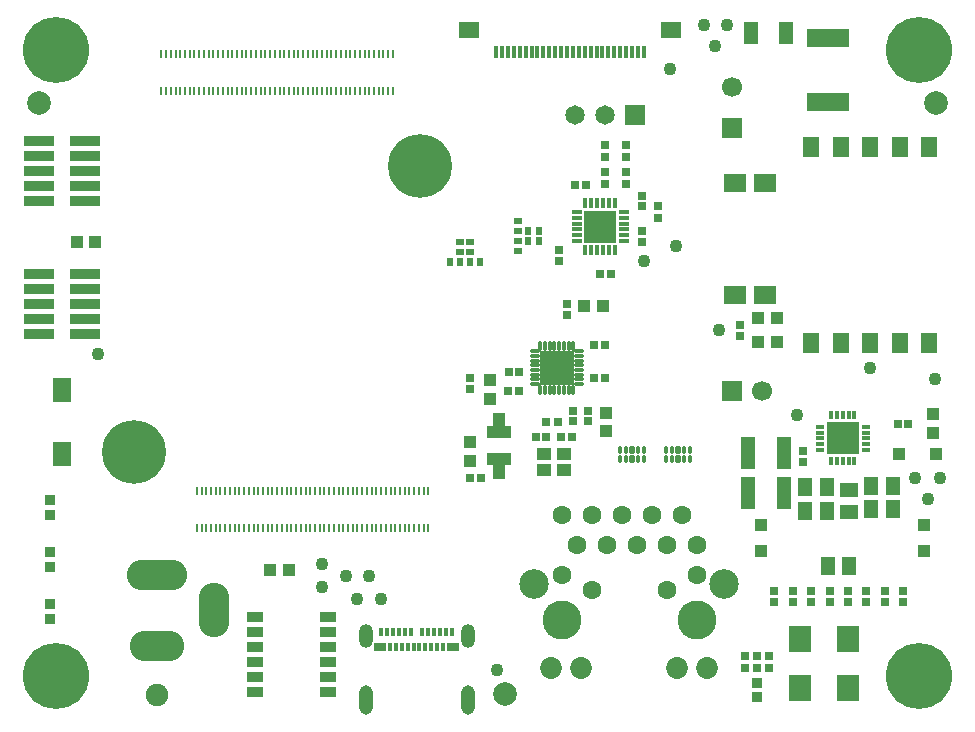
<source format=gts>
G04*
G04 #@! TF.GenerationSoftware,Altium Limited,Altium Designer,21.2.2 (38)*
G04*
G04 Layer_Color=8388736*
%FSLAX44Y44*%
%MOMM*%
G71*
G04*
G04 #@! TF.SameCoordinates,38E27065-25AF-4F18-8705-9FF7BF2F0A58*
G04*
G04*
G04 #@! TF.FilePolarity,Negative*
G04*
G01*
G75*
%ADD59R,3.6616X1.5016*%
%ADD60R,1.7516X1.4016*%
%ADD61R,0.4016X1.1016*%
G04:AMPARAMS|DCode=62|XSize=0.34mm|YSize=0.705mm|CornerRadius=0.12mm|HoleSize=0mm|Usage=FLASHONLY|Rotation=0.000|XOffset=0mm|YOffset=0mm|HoleType=Round|Shape=RoundedRectangle|*
%AMROUNDEDRECTD62*
21,1,0.3400,0.4650,0,0,0.0*
21,1,0.1000,0.7050,0,0,0.0*
1,1,0.2400,0.0500,-0.2325*
1,1,0.2400,-0.0500,-0.2325*
1,1,0.2400,-0.0500,0.2325*
1,1,0.2400,0.0500,0.2325*
%
%ADD62ROUNDEDRECTD62*%
G04:AMPARAMS|DCode=63|XSize=0.54mm|YSize=0.705mm|CornerRadius=0.12mm|HoleSize=0mm|Usage=FLASHONLY|Rotation=0.000|XOffset=0mm|YOffset=0mm|HoleType=Round|Shape=RoundedRectangle|*
%AMROUNDEDRECTD63*
21,1,0.5400,0.4650,0,0,0.0*
21,1,0.3000,0.7050,0,0,0.0*
1,1,0.2400,0.1500,-0.2325*
1,1,0.2400,-0.1500,-0.2325*
1,1,0.2400,-0.1500,0.2325*
1,1,0.2400,0.1500,0.2325*
%
%ADD63ROUNDEDRECTD63*%
%ADD64R,1.3716X1.6516*%
%ADD65R,2.8000X2.8000*%
%ADD66R,0.4000X0.9000*%
%ADD67R,0.9000X0.4000*%
%ADD68R,0.6516X0.5516*%
%ADD69R,0.5516X0.6516*%
%ADD70R,1.1516X1.5016*%
%ADD71R,1.2516X1.5516*%
%ADD72R,0.7516X0.6516*%
%ADD73R,1.8816X1.6216*%
%ADD74R,2.7016X2.7016*%
%ADD75R,0.3516X0.8016*%
%ADD76R,0.8016X0.3516*%
%ADD77C,2.0000*%
%ADD78C,1.1016*%
%ADD79R,1.0016X1.1016*%
%ADD80R,1.6016X2.1016*%
%ADD81R,0.7216X0.7216*%
%ADD82R,0.7216X0.7216*%
%ADD83R,1.1016X1.0016*%
%ADD84R,0.6516X0.7516*%
%ADD85R,1.3016X1.1016*%
%ADD86R,2.1016X1.1016*%
%ADD87R,0.2816X0.8016*%
%ADD88R,1.3516X0.8616*%
%ADD89R,1.2516X1.9016*%
%ADD90R,1.8796X2.2606*%
%ADD91R,2.5016X0.8616*%
%ADD92O,0.8524X0.3524*%
%ADD93O,0.3524X0.8524*%
%ADD94R,2.8524X2.8524*%
%ADD95R,0.9016X0.9016*%
%ADD96R,1.1016X1.1016*%
%ADD97R,1.1000X0.8000*%
%ADD98R,0.4000X0.8000*%
%ADD99R,1.0016X1.0516*%
%ADD100R,1.2516X2.8016*%
%ADD101R,1.5016X1.1516*%
%ADD102C,1.7000*%
%ADD103R,1.7000X1.7000*%
%ADD104C,1.6016*%
%ADD105C,1.8516*%
%ADD106C,3.3016*%
%ADD107C,2.5016*%
%ADD108C,5.4000*%
%ADD109C,1.9016*%
%ADD110O,4.6000X2.6000*%
%ADD111O,5.1000X2.6000*%
%ADD112O,2.6000X4.6000*%
%ADD113C,1.6516*%
%ADD114R,1.6516X1.6516*%
%ADD115C,5.6016*%
%ADD116O,1.2000X2.0000*%
%ADD117O,1.2000X2.5000*%
%ADD118R,1.7000X1.7000*%
%ADD119C,0.5080*%
%ADD120C,0.6080*%
G36*
X414600Y219001D02*
X414695Y218972D01*
X414784Y218924D01*
X414861Y218861D01*
X414925Y218784D01*
X414972Y218695D01*
X415001Y218600D01*
X415010Y218500D01*
Y202500D01*
X415001Y202400D01*
X414972Y202305D01*
X414925Y202216D01*
X414861Y202139D01*
X414784Y202076D01*
X414695Y202028D01*
X414600Y201999D01*
X414500Y201989D01*
X405500D01*
X405401Y201999D01*
X405305Y202028D01*
X405216Y202076D01*
X405139Y202139D01*
X405076Y202216D01*
X405028Y202305D01*
X404999Y202400D01*
X404990Y202500D01*
Y218500D01*
X404999Y218600D01*
X405028Y218695D01*
X405076Y218784D01*
X405139Y218861D01*
X405216Y218924D01*
X405305Y218972D01*
X405401Y219001D01*
X405500Y219011D01*
X414500D01*
X414600Y219001D01*
D02*
G37*
G36*
Y257501D02*
X414695Y257472D01*
X414784Y257424D01*
X414861Y257361D01*
X414925Y257284D01*
X414972Y257195D01*
X415001Y257100D01*
X415010Y257000D01*
Y241500D01*
X415001Y241400D01*
X414972Y241305D01*
X414925Y241216D01*
X414861Y241139D01*
X414784Y241076D01*
X414695Y241028D01*
X414600Y240999D01*
X414500Y240989D01*
X405500D01*
X405401Y240999D01*
X405305Y241028D01*
X405216Y241076D01*
X405139Y241139D01*
X405076Y241216D01*
X405028Y241305D01*
X404999Y241400D01*
X404990Y241500D01*
Y257000D01*
X404999Y257100D01*
X405028Y257195D01*
X405076Y257284D01*
X405139Y257361D01*
X405216Y257424D01*
X405305Y257472D01*
X405401Y257501D01*
X405500Y257511D01*
X414500D01*
X414600Y257501D01*
D02*
G37*
D59*
X688000Y575300D02*
D03*
Y520700D02*
D03*
D60*
X555156Y582280D02*
D03*
X384656D02*
D03*
D61*
X407406Y563280D02*
D03*
X427406D02*
D03*
X447406D02*
D03*
X467406D02*
D03*
X472406D02*
D03*
X492406D02*
D03*
X512406D02*
D03*
X532406D02*
D03*
X417406D02*
D03*
X412406D02*
D03*
X422406D02*
D03*
X437406D02*
D03*
X432406D02*
D03*
X442406D02*
D03*
X457406D02*
D03*
X452406D02*
D03*
X462406D02*
D03*
X477406D02*
D03*
X482406D02*
D03*
X487406D02*
D03*
X502406D02*
D03*
X497406D02*
D03*
X507406D02*
D03*
X522406D02*
D03*
X517406D02*
D03*
X527406D02*
D03*
D62*
X512500Y218325D02*
D03*
X517500D02*
D03*
X527500D02*
D03*
X532500D02*
D03*
Y226675D02*
D03*
X527500D02*
D03*
X517500D02*
D03*
X512500D02*
D03*
X551326Y218325D02*
D03*
X556326D02*
D03*
X566326D02*
D03*
X571326D02*
D03*
Y226675D02*
D03*
X566326D02*
D03*
X556326D02*
D03*
X551326D02*
D03*
D63*
X522500Y218325D02*
D03*
Y226675D02*
D03*
X561326Y218325D02*
D03*
Y226675D02*
D03*
D64*
X674000Y317250D02*
D03*
X699000D02*
D03*
X724000D02*
D03*
X749000D02*
D03*
X774000D02*
D03*
X674000Y482750D02*
D03*
X699000D02*
D03*
X724000D02*
D03*
X749000D02*
D03*
X774000D02*
D03*
D65*
X495500Y415500D02*
D03*
D66*
X508000Y395500D02*
D03*
X503000D02*
D03*
X498000D02*
D03*
X493000D02*
D03*
X488000D02*
D03*
X483000D02*
D03*
Y435500D02*
D03*
X488000D02*
D03*
X493000D02*
D03*
X498000D02*
D03*
X503000D02*
D03*
X508000D02*
D03*
D67*
X475500Y403000D02*
D03*
Y408000D02*
D03*
Y413000D02*
D03*
Y418000D02*
D03*
Y423000D02*
D03*
Y428000D02*
D03*
X515500D02*
D03*
Y423000D02*
D03*
Y418000D02*
D03*
Y413000D02*
D03*
Y408000D02*
D03*
Y403000D02*
D03*
D68*
X426000Y420500D02*
D03*
Y411500D02*
D03*
Y394500D02*
D03*
Y403500D02*
D03*
X385543Y393668D02*
D03*
Y402668D02*
D03*
X376543Y393668D02*
D03*
Y402668D02*
D03*
D69*
X434500Y403000D02*
D03*
X443500D02*
D03*
X434500Y412000D02*
D03*
X443500D02*
D03*
X385043Y385168D02*
D03*
X394043D02*
D03*
X368043D02*
D03*
X377043D02*
D03*
D70*
X668500Y195000D02*
D03*
X687500D02*
D03*
X687500Y175000D02*
D03*
X668500D02*
D03*
X724500Y196000D02*
D03*
X743500D02*
D03*
D71*
X688000Y128000D02*
D03*
X706000D02*
D03*
X743000Y176000D02*
D03*
X725000D02*
D03*
D72*
X618000Y41750D02*
D03*
Y51750D02*
D03*
X628000Y41750D02*
D03*
Y51750D02*
D03*
X638000Y41750D02*
D03*
Y51750D02*
D03*
X385521Y277659D02*
D03*
Y287659D02*
D03*
X544634Y432500D02*
D03*
Y422500D02*
D03*
X517000Y451250D02*
D03*
Y461250D02*
D03*
Y474250D02*
D03*
Y484250D02*
D03*
X499750Y451250D02*
D03*
Y461250D02*
D03*
Y474250D02*
D03*
Y484250D02*
D03*
D73*
X634700Y452600D02*
D03*
X609300D02*
D03*
X634700Y357400D02*
D03*
X609300D02*
D03*
D74*
X700764Y236071D02*
D03*
D75*
X690764Y255571D02*
D03*
X695764D02*
D03*
X700764D02*
D03*
X705764D02*
D03*
X710764D02*
D03*
Y216571D02*
D03*
X705764D02*
D03*
X700764D02*
D03*
X695764D02*
D03*
X690764D02*
D03*
D76*
X720264Y246071D02*
D03*
Y241071D02*
D03*
Y236071D02*
D03*
Y231071D02*
D03*
Y226071D02*
D03*
X681264D02*
D03*
Y231071D02*
D03*
Y236071D02*
D03*
Y241071D02*
D03*
Y246071D02*
D03*
D77*
X415000Y20000D02*
D03*
X20000Y520000D02*
D03*
X780000D02*
D03*
D78*
X559990Y399375D02*
D03*
X532238Y386035D02*
D03*
X300000Y120000D02*
D03*
X408000Y40000D02*
D03*
X310000Y100000D02*
D03*
X290000D02*
D03*
X280000Y120000D02*
D03*
X260000Y110000D02*
D03*
Y130000D02*
D03*
X70144Y307759D02*
D03*
X596000Y328000D02*
D03*
X603000Y586000D02*
D03*
X583000D02*
D03*
X723892Y295359D02*
D03*
X662250Y255616D02*
D03*
X762000Y203000D02*
D03*
X783000D02*
D03*
X779000Y286000D02*
D03*
X773000Y185000D02*
D03*
X593000Y568000D02*
D03*
X555000Y549000D02*
D03*
D79*
X52188Y402807D02*
D03*
X68188D02*
D03*
X498000Y348000D02*
D03*
X482000D02*
D03*
X645000Y318000D02*
D03*
X629000D02*
D03*
X629000Y338000D02*
D03*
X645000D02*
D03*
X216000Y125000D02*
D03*
X232000D02*
D03*
D80*
X40000Y277000D02*
D03*
Y223000D02*
D03*
D81*
X474500Y451000D02*
D03*
X483500D02*
D03*
X504500Y375000D02*
D03*
X495500D02*
D03*
X385500Y202500D02*
D03*
X394500D02*
D03*
X417500Y276000D02*
D03*
X426500D02*
D03*
X418000Y292500D02*
D03*
X427000D02*
D03*
X499500Y315000D02*
D03*
X490500D02*
D03*
X499500Y287500D02*
D03*
X490500D02*
D03*
X450000Y237500D02*
D03*
X441000D02*
D03*
X462500D02*
D03*
X471500D02*
D03*
X756384Y248124D02*
D03*
X747383D02*
D03*
D82*
X461000Y386500D02*
D03*
Y395500D02*
D03*
X531000Y441500D02*
D03*
Y432500D02*
D03*
Y411500D02*
D03*
Y402500D02*
D03*
X485000Y250500D02*
D03*
Y259500D02*
D03*
X472500Y250500D02*
D03*
Y259500D02*
D03*
X467500Y349500D02*
D03*
Y340500D02*
D03*
X614000Y323000D02*
D03*
Y332000D02*
D03*
X689714Y106500D02*
D03*
Y97500D02*
D03*
X674143Y106500D02*
D03*
Y97500D02*
D03*
X752000Y97500D02*
D03*
Y106500D02*
D03*
X720857Y97500D02*
D03*
Y106500D02*
D03*
X658571Y106500D02*
D03*
Y97500D02*
D03*
X643000Y106500D02*
D03*
Y97500D02*
D03*
X736429Y97500D02*
D03*
Y106500D02*
D03*
X705286Y97500D02*
D03*
Y106500D02*
D03*
X667333Y216398D02*
D03*
Y225398D02*
D03*
D83*
X500000Y242000D02*
D03*
Y258000D02*
D03*
X385000Y233000D02*
D03*
Y217000D02*
D03*
X402500Y269500D02*
D03*
Y285500D02*
D03*
X777327Y240606D02*
D03*
Y256606D02*
D03*
D84*
X460000Y250000D02*
D03*
X450000D02*
D03*
D85*
X447500Y209500D02*
D03*
X464500Y222500D02*
D03*
X447500D02*
D03*
X464500Y209500D02*
D03*
D86*
X410000Y218500D02*
D03*
Y241500D02*
D03*
D87*
X154000Y191400D02*
D03*
X158000D02*
D03*
X162000D02*
D03*
X166000D02*
D03*
X170000D02*
D03*
X174000D02*
D03*
X178000D02*
D03*
X182000D02*
D03*
X186000D02*
D03*
X190000D02*
D03*
X194000D02*
D03*
X198000D02*
D03*
X202000D02*
D03*
X206000D02*
D03*
X210000D02*
D03*
X214000D02*
D03*
X218000D02*
D03*
X222000D02*
D03*
X226000D02*
D03*
X230000D02*
D03*
X234000D02*
D03*
X238000D02*
D03*
X242000D02*
D03*
X246000D02*
D03*
X250000D02*
D03*
X254000D02*
D03*
X258000D02*
D03*
X262000D02*
D03*
X266000D02*
D03*
X270000D02*
D03*
X274000D02*
D03*
X278000D02*
D03*
X282000D02*
D03*
X286000D02*
D03*
X290000D02*
D03*
X294000D02*
D03*
X298000D02*
D03*
X302000D02*
D03*
X306000D02*
D03*
X310000D02*
D03*
X314000D02*
D03*
X318000D02*
D03*
X322000D02*
D03*
X326000D02*
D03*
X330000D02*
D03*
X334000D02*
D03*
X338000D02*
D03*
X342000D02*
D03*
X346000D02*
D03*
X350000D02*
D03*
X154000Y160600D02*
D03*
X158000D02*
D03*
X162000D02*
D03*
X166000D02*
D03*
X170000D02*
D03*
X174000D02*
D03*
X178000D02*
D03*
X182000D02*
D03*
X186000D02*
D03*
X190000D02*
D03*
X194000D02*
D03*
X198000D02*
D03*
X202000D02*
D03*
X206000D02*
D03*
X210000D02*
D03*
X214000D02*
D03*
X218000D02*
D03*
X222000D02*
D03*
X226000D02*
D03*
X230000D02*
D03*
X234000D02*
D03*
X238000D02*
D03*
X242000D02*
D03*
X246000D02*
D03*
X250000D02*
D03*
X254000D02*
D03*
X258000D02*
D03*
X262000D02*
D03*
X266000D02*
D03*
X270000D02*
D03*
X274000D02*
D03*
X278000D02*
D03*
X282000D02*
D03*
X286000D02*
D03*
X290000D02*
D03*
X294000D02*
D03*
X298000D02*
D03*
X302000D02*
D03*
X306000D02*
D03*
X310000D02*
D03*
X314000D02*
D03*
X318000D02*
D03*
X322000D02*
D03*
X326000D02*
D03*
X330000D02*
D03*
X334000D02*
D03*
X338000D02*
D03*
X342000D02*
D03*
X346000D02*
D03*
X350000D02*
D03*
X124000Y561400D02*
D03*
X128000D02*
D03*
X132000D02*
D03*
X136000D02*
D03*
X140000D02*
D03*
X144000D02*
D03*
X148000D02*
D03*
X152000D02*
D03*
X156000D02*
D03*
X160000D02*
D03*
X164000D02*
D03*
X168000D02*
D03*
X172000D02*
D03*
X176000D02*
D03*
X180000D02*
D03*
X184000D02*
D03*
X188000D02*
D03*
X192000D02*
D03*
X196000D02*
D03*
X200000D02*
D03*
X204000D02*
D03*
X208000D02*
D03*
X212000D02*
D03*
X216000D02*
D03*
X220000D02*
D03*
X224000D02*
D03*
X228000D02*
D03*
X232000D02*
D03*
X236000D02*
D03*
X240000D02*
D03*
X244000D02*
D03*
X248000D02*
D03*
X252000D02*
D03*
X256000D02*
D03*
X260000D02*
D03*
X264000D02*
D03*
X268000D02*
D03*
X272000D02*
D03*
X276000D02*
D03*
X280000D02*
D03*
X284000D02*
D03*
X288000D02*
D03*
X292000D02*
D03*
X296000D02*
D03*
X300000D02*
D03*
X304000D02*
D03*
X308000D02*
D03*
X312000D02*
D03*
X316000D02*
D03*
X320000D02*
D03*
X124000Y530600D02*
D03*
X128000D02*
D03*
X132000D02*
D03*
X136000D02*
D03*
X140000D02*
D03*
X144000D02*
D03*
X148000D02*
D03*
X152000D02*
D03*
X156000D02*
D03*
X160000D02*
D03*
X164000D02*
D03*
X168000D02*
D03*
X172000D02*
D03*
X176000D02*
D03*
X180000D02*
D03*
X184000D02*
D03*
X188000D02*
D03*
X192000D02*
D03*
X196000D02*
D03*
X200000D02*
D03*
X204000D02*
D03*
X208000D02*
D03*
X212000D02*
D03*
X216000D02*
D03*
X220000D02*
D03*
X224000D02*
D03*
X228000D02*
D03*
X232000D02*
D03*
X236000D02*
D03*
X240000D02*
D03*
X244000D02*
D03*
X248000D02*
D03*
X252000D02*
D03*
X256000D02*
D03*
X260000D02*
D03*
X264000D02*
D03*
X268000D02*
D03*
X272000D02*
D03*
X276000D02*
D03*
X280000D02*
D03*
X284000D02*
D03*
X288000D02*
D03*
X292000D02*
D03*
X296000D02*
D03*
X300000D02*
D03*
X304000D02*
D03*
X308000D02*
D03*
X312000D02*
D03*
X316000D02*
D03*
X320000D02*
D03*
D88*
X203308Y85038D02*
D03*
Y72338D02*
D03*
Y59638D02*
D03*
Y46938D02*
D03*
Y34238D02*
D03*
Y21538D02*
D03*
X264808Y85038D02*
D03*
Y72338D02*
D03*
Y59638D02*
D03*
Y46938D02*
D03*
Y34238D02*
D03*
Y21538D02*
D03*
D89*
X653000Y579000D02*
D03*
X623000D02*
D03*
D90*
X665000Y25000D02*
D03*
X705640D02*
D03*
X664360Y66000D02*
D03*
X705000D02*
D03*
D91*
X20500Y488100D02*
D03*
Y475400D02*
D03*
Y462700D02*
D03*
Y450000D02*
D03*
Y437300D02*
D03*
X59500Y488100D02*
D03*
Y475400D02*
D03*
Y462700D02*
D03*
Y450000D02*
D03*
Y437300D02*
D03*
X20500Y375400D02*
D03*
Y362700D02*
D03*
Y350000D02*
D03*
Y337300D02*
D03*
Y324600D02*
D03*
X59500Y375400D02*
D03*
Y362700D02*
D03*
Y350000D02*
D03*
Y337300D02*
D03*
Y324600D02*
D03*
D92*
X477500Y282000D02*
D03*
Y286000D02*
D03*
Y290000D02*
D03*
Y294000D02*
D03*
Y298000D02*
D03*
Y302000D02*
D03*
Y306000D02*
D03*
Y310000D02*
D03*
X440000D02*
D03*
Y306000D02*
D03*
Y302000D02*
D03*
Y298000D02*
D03*
Y294000D02*
D03*
Y290000D02*
D03*
Y286000D02*
D03*
Y282000D02*
D03*
D93*
X472750Y314750D02*
D03*
X468750D02*
D03*
X464750D02*
D03*
X460750D02*
D03*
X456750D02*
D03*
X452750D02*
D03*
X448750D02*
D03*
X444750D02*
D03*
Y277250D02*
D03*
X448750D02*
D03*
X452750D02*
D03*
X456750D02*
D03*
X460750D02*
D03*
X464750D02*
D03*
X468750D02*
D03*
X472750D02*
D03*
D94*
X458750Y296000D02*
D03*
D95*
X628000Y29250D02*
D03*
Y16750D02*
D03*
X29994Y140006D02*
D03*
Y127506D02*
D03*
X30000Y184000D02*
D03*
Y171500D02*
D03*
Y96000D02*
D03*
Y83500D02*
D03*
D96*
X632000Y141000D02*
D03*
Y163000D02*
D03*
X770000Y141000D02*
D03*
Y163000D02*
D03*
D97*
X309000Y59503D02*
D03*
X371000D02*
D03*
D98*
X317500D02*
D03*
X322500D02*
D03*
X327500D02*
D03*
X332500D02*
D03*
X337500D02*
D03*
X342500D02*
D03*
X347500D02*
D03*
X352500D02*
D03*
X370000Y72503D02*
D03*
X365000D02*
D03*
X360000D02*
D03*
X355000D02*
D03*
X350000D02*
D03*
X345000D02*
D03*
X335000D02*
D03*
X330000D02*
D03*
X325000D02*
D03*
X320000D02*
D03*
X315000D02*
D03*
X310000D02*
D03*
X357500Y59503D02*
D03*
X362500D02*
D03*
D99*
X748250Y223000D02*
D03*
X779750Y223000D02*
D03*
D100*
X621000Y224000D02*
D03*
X651000D02*
D03*
X621000Y190000D02*
D03*
X651000D02*
D03*
D101*
X706000Y192500D02*
D03*
Y173500D02*
D03*
D102*
X607000Y533500D02*
D03*
X632500Y276000D02*
D03*
D103*
X607000Y498500D02*
D03*
D104*
X475550Y145500D02*
D03*
X500950D02*
D03*
X526350D02*
D03*
X551750D02*
D03*
X577150D02*
D03*
X564450Y170900D02*
D03*
X539050D02*
D03*
X513650D02*
D03*
X488250D02*
D03*
X462850D02*
D03*
X577150Y120300D02*
D03*
X551750Y107600D02*
D03*
X488250D02*
D03*
X462850Y120300D02*
D03*
D105*
X586300Y41400D02*
D03*
X560900D02*
D03*
X479100D02*
D03*
X453700D02*
D03*
D106*
X577150Y82000D02*
D03*
X462850D02*
D03*
D107*
X600645Y112500D02*
D03*
X439355D02*
D03*
D108*
X101000Y225000D02*
D03*
X343000Y467000D02*
D03*
D109*
X120000Y18500D02*
D03*
D110*
X120000Y60250D02*
D03*
D111*
X120000Y120250D02*
D03*
D112*
X168250Y90500D02*
D03*
D113*
X474200Y510000D02*
D03*
X499600D02*
D03*
D114*
X525000D02*
D03*
D115*
X765000Y35000D02*
D03*
X35000Y565000D02*
D03*
Y35000D02*
D03*
X765000Y565000D02*
D03*
D116*
X383200Y68403D02*
D03*
X296800D02*
D03*
D117*
X383200Y14803D02*
D03*
X296800D02*
D03*
D118*
X607500Y276000D02*
D03*
D119*
X705764Y231071D02*
D03*
X695764Y231071D02*
D03*
X695764Y241071D02*
D03*
X705764Y241071D02*
D03*
X463750Y291000D02*
D03*
X453750D02*
D03*
X463750Y301000D02*
D03*
X453750D02*
D03*
D120*
X80250Y225000D02*
D03*
X121750D02*
D03*
X101000Y245750D02*
D03*
Y204250D02*
D03*
X357673Y481672D02*
D03*
X328328Y452327D02*
D03*
X357673D02*
D03*
X328328Y481672D02*
D03*
M02*

</source>
